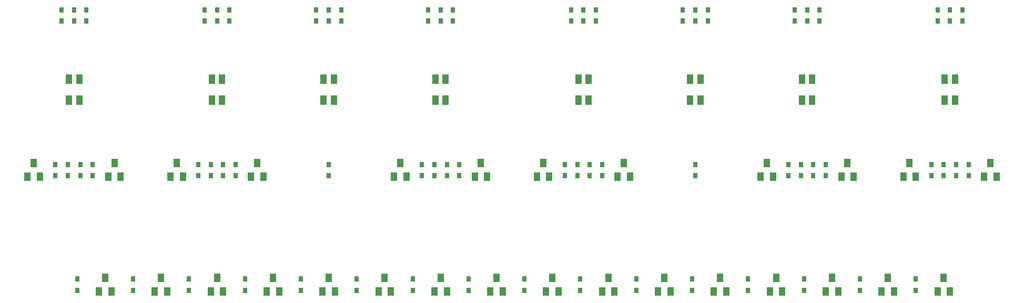
<source format=gtp>
G04*
G04 #@! TF.GenerationSoftware,Altium Limited,Altium Designer,18.0.12 (696)*
G04*
G04 Layer_Color=8421504*
%FSLAX25Y25*%
%MOIN*%
G70*
G01*
G75*
%ADD13R,0.04134X0.06299*%
%ADD14R,0.03150X0.03543*%
%ADD15R,0.03937X0.05512*%
D13*
X635138Y144488D02*
D03*
Y131102D02*
D03*
X628642Y144488D02*
D03*
Y131102D02*
D03*
X538091D02*
D03*
Y144488D02*
D03*
X544587Y131102D02*
D03*
Y144488D02*
D03*
X402854D02*
D03*
Y131102D02*
D03*
X396358Y144488D02*
D03*
Y131102D02*
D03*
X305807D02*
D03*
Y144488D02*
D03*
X312303Y131102D02*
D03*
Y144488D02*
D03*
X170571D02*
D03*
Y131102D02*
D03*
X164075Y144488D02*
D03*
Y131102D02*
D03*
X73524D02*
D03*
Y144488D02*
D03*
X80020Y131102D02*
D03*
Y144488D02*
D03*
X473721D02*
D03*
Y131102D02*
D03*
X467224Y144488D02*
D03*
Y131102D02*
D03*
X234941D02*
D03*
Y144488D02*
D03*
X241437Y131102D02*
D03*
Y144488D02*
D03*
D14*
X301181Y188583D02*
D03*
Y181496D02*
D03*
X309055Y188583D02*
D03*
Y181496D02*
D03*
X541339Y188583D02*
D03*
Y181496D02*
D03*
X643701Y90158D02*
D03*
Y83071D02*
D03*
X635827Y83071D02*
D03*
Y90158D02*
D03*
X627953Y90158D02*
D03*
Y83071D02*
D03*
X620079Y90158D02*
D03*
Y83071D02*
D03*
X553150Y83071D02*
D03*
Y90158D02*
D03*
X545276Y83071D02*
D03*
Y90158D02*
D03*
X529528Y90158D02*
D03*
Y83071D02*
D03*
X537402Y90158D02*
D03*
Y83071D02*
D03*
X470472Y90158D02*
D03*
Y83071D02*
D03*
X411417Y83071D02*
D03*
Y90158D02*
D03*
X403543Y83071D02*
D03*
Y90158D02*
D03*
X395669Y90158D02*
D03*
Y83071D02*
D03*
X387795Y90158D02*
D03*
Y83071D02*
D03*
X320866Y90158D02*
D03*
Y83071D02*
D03*
X312992Y83071D02*
D03*
Y90158D02*
D03*
X305118Y90158D02*
D03*
Y83071D02*
D03*
X297244Y90158D02*
D03*
Y83071D02*
D03*
X238189Y90158D02*
D03*
Y83071D02*
D03*
X179134Y83071D02*
D03*
Y90158D02*
D03*
X171260Y83071D02*
D03*
Y90158D02*
D03*
X163386Y90158D02*
D03*
Y83071D02*
D03*
X155512Y90158D02*
D03*
Y83071D02*
D03*
X80709Y83071D02*
D03*
Y90158D02*
D03*
X72835Y90158D02*
D03*
Y83071D02*
D03*
X64961Y90158D02*
D03*
Y83071D02*
D03*
X88583Y83071D02*
D03*
Y90158D02*
D03*
X78740Y17323D02*
D03*
Y10236D02*
D03*
X114173Y17323D02*
D03*
Y10236D02*
D03*
X149606Y17323D02*
D03*
Y10236D02*
D03*
X185039Y17323D02*
D03*
Y10236D02*
D03*
X220472Y17323D02*
D03*
Y10236D02*
D03*
X255906Y17323D02*
D03*
Y10236D02*
D03*
X291339Y17323D02*
D03*
Y10236D02*
D03*
X326772Y17323D02*
D03*
Y10236D02*
D03*
X362205Y17323D02*
D03*
Y10236D02*
D03*
X397638Y17323D02*
D03*
Y10236D02*
D03*
X433071Y17323D02*
D03*
Y10236D02*
D03*
X468504Y17323D02*
D03*
Y10236D02*
D03*
X503937Y17323D02*
D03*
Y10236D02*
D03*
X539370Y17323D02*
D03*
Y10236D02*
D03*
X574803Y17323D02*
D03*
Y10236D02*
D03*
X610236Y17323D02*
D03*
Y10236D02*
D03*
X639764Y181496D02*
D03*
Y188583D02*
D03*
X624016Y181496D02*
D03*
Y188583D02*
D03*
X549213Y181496D02*
D03*
Y188583D02*
D03*
X533464Y181496D02*
D03*
Y188583D02*
D03*
X470472Y181496D02*
D03*
Y188583D02*
D03*
X478346Y181496D02*
D03*
Y188583D02*
D03*
X462598Y181496D02*
D03*
Y188583D02*
D03*
X399606Y181496D02*
D03*
Y188583D02*
D03*
X407480Y181496D02*
D03*
Y188583D02*
D03*
X391732Y181496D02*
D03*
Y188583D02*
D03*
X316929Y181496D02*
D03*
Y188583D02*
D03*
X238189Y181496D02*
D03*
Y188583D02*
D03*
X246063Y181496D02*
D03*
Y188583D02*
D03*
X230315Y181496D02*
D03*
Y188583D02*
D03*
X167323Y181496D02*
D03*
Y188583D02*
D03*
X175197Y181496D02*
D03*
Y188583D02*
D03*
X159449Y181496D02*
D03*
Y188583D02*
D03*
X76772Y181496D02*
D03*
Y188583D02*
D03*
X84646Y181496D02*
D03*
Y188583D02*
D03*
X68898Y181496D02*
D03*
Y188583D02*
D03*
X631890Y181496D02*
D03*
Y188583D02*
D03*
D15*
X653543Y82284D02*
D03*
X661417D02*
D03*
X657480Y90945D02*
D03*
X602362Y82284D02*
D03*
X610236D02*
D03*
X606299Y90945D02*
D03*
X562992Y82284D02*
D03*
X570866D02*
D03*
X566929Y90945D02*
D03*
X511811Y82284D02*
D03*
X519685D02*
D03*
X515748Y90945D02*
D03*
X421260Y82284D02*
D03*
X429134D02*
D03*
X425197Y90945D02*
D03*
X370079Y82284D02*
D03*
X377953D02*
D03*
X374016Y90945D02*
D03*
X330709Y82284D02*
D03*
X338583D02*
D03*
X334646Y90945D02*
D03*
X279528Y82284D02*
D03*
X287402D02*
D03*
X283465Y90945D02*
D03*
X188976Y82284D02*
D03*
X196850D02*
D03*
X192913Y90945D02*
D03*
X137795Y82284D02*
D03*
X145669D02*
D03*
X141732Y90945D02*
D03*
X98425Y82284D02*
D03*
X106299D02*
D03*
X102362Y90945D02*
D03*
X47244Y82284D02*
D03*
X55118D02*
D03*
X51181Y90945D02*
D03*
X92520Y9449D02*
D03*
X100394D02*
D03*
X96457Y18110D02*
D03*
X127953Y9449D02*
D03*
X135827D02*
D03*
X131890Y18110D02*
D03*
X163386Y9449D02*
D03*
X171260D02*
D03*
X167323Y18110D02*
D03*
X198819Y9449D02*
D03*
X206693D02*
D03*
X202756Y18110D02*
D03*
X234252Y9449D02*
D03*
X242126D02*
D03*
X238189Y18110D02*
D03*
X269685Y9449D02*
D03*
X277559D02*
D03*
X273622Y18110D02*
D03*
X305118Y9449D02*
D03*
X312992D02*
D03*
X309055Y18110D02*
D03*
X340551Y9449D02*
D03*
X348425D02*
D03*
X344488Y18110D02*
D03*
X375984Y9449D02*
D03*
X383858D02*
D03*
X379921Y18110D02*
D03*
X411417Y9449D02*
D03*
X419291D02*
D03*
X415354Y18110D02*
D03*
X446850Y9449D02*
D03*
X454724D02*
D03*
X450787Y18110D02*
D03*
X482283Y9449D02*
D03*
X490158D02*
D03*
X486221Y18110D02*
D03*
X517717Y9449D02*
D03*
X525591D02*
D03*
X521654Y18110D02*
D03*
X553150Y9449D02*
D03*
X561024D02*
D03*
X557087Y18110D02*
D03*
X588583Y9449D02*
D03*
X596457D02*
D03*
X592520Y18110D02*
D03*
X624016Y9449D02*
D03*
X631890D02*
D03*
X627953Y18110D02*
D03*
M02*

</source>
